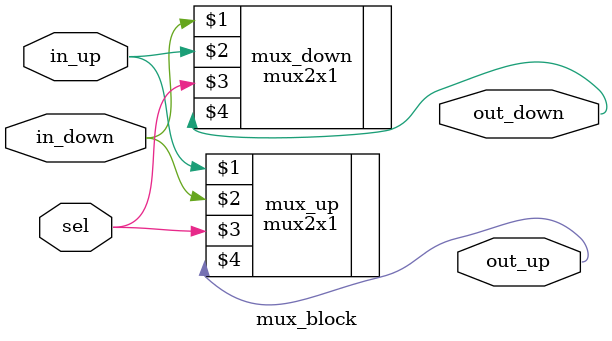
<source format=v>
`timescale 1ns / 1ps

module mux_block(
    input in_up,
    input in_down,
    input sel,
    output out_up,
    output out_down
);

    mux2x1 mux_up(in_up, in_down,sel, out_up);
    mux2x1 mux_down(in_down, in_up, sel, out_down);
  
endmodule

</source>
